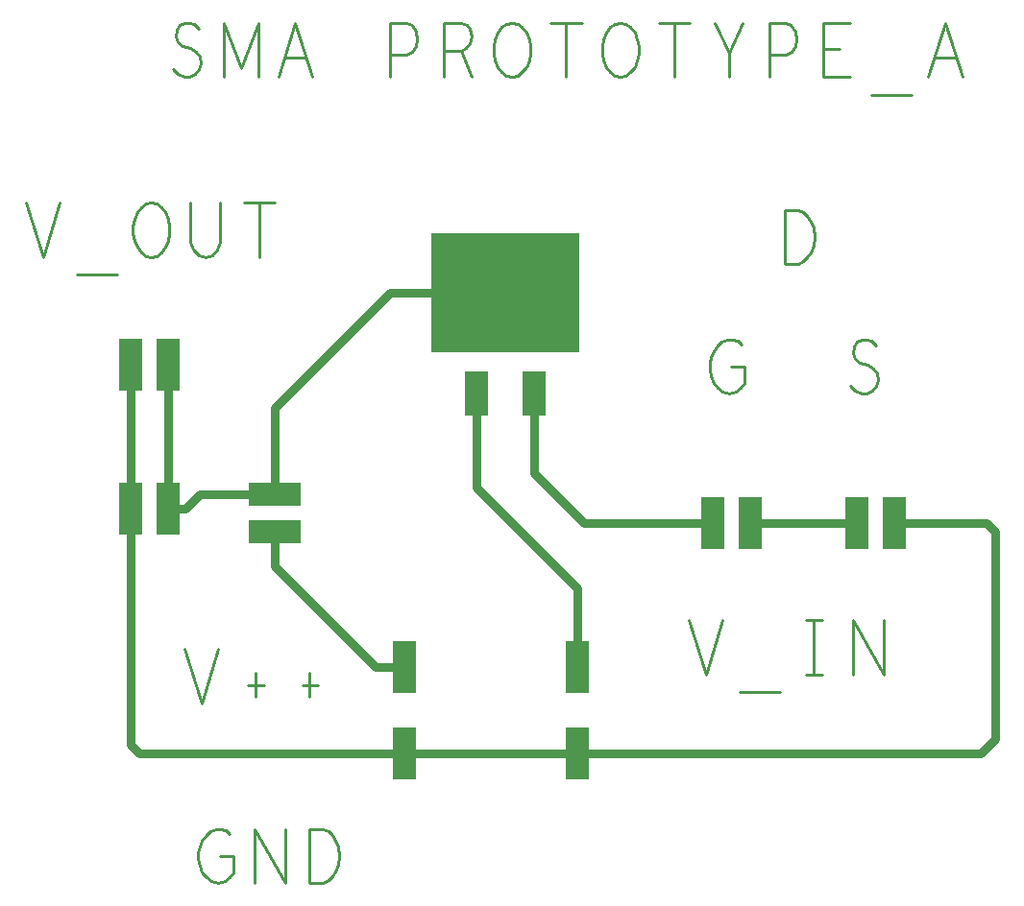
<source format=gbr>
G04 ================== begin FILE IDENTIFICATION RECORD ==================*
G04 Layout Name:  SMA_Prototype_Drain.brd*
G04 Film Name:    TOP*
G04 File Format:  Gerber RS274X*
G04 File Origin:  Cadence Allegro 17.2-S025*
G04 Origin Date:  Mon Mar 19 18:33:35 2018*
G04 *
G04 Layer:  ETCH/TOP*
G04 Layer:  PIN/TOP*
G04 Layer:  VIA CLASS/TOP*
G04 *
G04 Offset:    (0.000 0.000)*
G04 Mirror:    No*
G04 Mode:      Positive*
G04 Rotation:  0*
G04 FullContactRelief:  No*
G04 UndefLineWidth:     10.000*
G04 ================== end FILE IDENTIFICATION RECORD ====================*
%FSAX24Y24*MOIN*%
%IR0*IPPOS*OFA0.00000B0.00000*MIA0B0*SFA1.00000B1.00000*%
%ADD11R,.18X.08*%
%ADD10R,.08X.18*%
%ADD12R,.082677X.15748*%
%ADD13R,.511811X.413386*%
%ADD14C,.03*%
%ADD15C,.01*%
G75*
%LPD*%
G75*
G54D10*
X010750Y-020000D03*
X010750Y-015000D03*
X012050Y-020000D03*
X012050Y-015000D03*
X020250Y-028500D03*
X020250Y-025500D03*
X026250Y-028500D03*
X026250Y-025500D03*
X032250Y-020500D03*
X030950Y-020500D03*
X037250Y-020500D03*
X035950Y-020500D03*
G54D11*
X015750Y-020800D03*
X015750Y-019500D03*
G54D12*
X022750Y-016004D03*
X024750Y-016004D03*
G54D13*
X023750Y-012500D03*
G54D14*
G01X010750Y-020000D02*
X010750Y-028200D01*
X011050Y-028500D01*
X020250Y-028500D01*
G01X010750Y-020000D02*
X010750Y-015000D01*
G01X012050Y-015000D02*
X012050Y-020000D01*
G01X015750Y-019500D02*
X013150Y-019500D01*
X012650Y-020000D01*
X012050Y-020000D01*
G01X015750Y-020800D02*
X015750Y-022000D01*
X019250Y-025500D01*
X020250Y-025500D01*
G01X023750Y-012500D02*
X019750Y-012500D01*
X015750Y-016500D01*
X015750Y-019500D01*
G01X026250Y-028500D02*
X020250Y-028500D01*
G01X026250Y-025500D02*
X026250Y-022750D01*
X022750Y-019250D01*
X022750Y-016004D01*
G01X026250Y-028500D02*
X040250Y-028500D01*
X040750Y-028000D01*
X040750Y-020800D01*
X040450Y-020500D01*
X037250Y-020500D01*
G01X030950Y-020500D02*
X026500Y-020500D01*
X024750Y-018750D01*
X024750Y-016004D01*
G01X032250Y-020500D02*
X035950Y-020500D01*
G54D15*
G01X007117Y-009370D02*
X007705Y-011250D01*
X008293Y-009370D01*
G01X008880Y-011877D02*
X010290Y-011877D01*
G01X011465Y-011250D02*
X011277Y-011219D01*
X011113Y-011093D01*
X010972Y-010905D01*
X010877Y-010686D01*
X010830Y-010435D01*
X010830Y-010185D01*
X010877Y-009934D01*
X010972Y-009715D01*
X011113Y-009527D01*
X011277Y-009401D01*
X011465Y-009370D01*
X011653Y-009401D01*
X011817Y-009527D01*
X011958Y-009715D01*
X012053Y-009934D01*
X012100Y-010185D01*
X012100Y-010435D01*
X012053Y-010686D01*
X011958Y-010905D01*
X011817Y-011093D01*
X011653Y-011219D01*
X011465Y-011250D01*
G01X012828Y-009370D02*
X012828Y-010717D01*
X012922Y-010999D01*
X013110Y-011187D01*
X013345Y-011250D01*
X013580Y-011187D01*
X013768Y-010999D01*
X013862Y-010717D01*
X013862Y-009370D01*
G01X015225Y-009370D02*
X015225Y-011250D01*
G01X014685Y-009370D02*
X015765Y-009370D01*
G01X013846Y-032060D02*
X014316Y-032060D01*
X014316Y-032624D01*
X014175Y-032812D01*
X014010Y-032937D01*
X013776Y-033000D01*
X013541Y-032937D01*
X013376Y-032812D01*
X013235Y-032624D01*
X013141Y-032405D01*
X013094Y-032154D01*
X013094Y-031935D01*
X013141Y-031747D01*
X013235Y-031527D01*
X013376Y-031339D01*
X013517Y-031214D01*
X013705Y-031120D01*
X013869Y-031120D01*
X014057Y-031183D01*
X014198Y-031308D01*
G01X015045Y-033000D02*
X015045Y-031120D01*
X016125Y-033000D01*
X016125Y-031120D01*
G01X016948Y-033000D02*
X016948Y-031120D01*
X017418Y-031120D01*
X017606Y-031214D01*
X017747Y-031339D01*
X017865Y-031527D01*
X017958Y-031747D01*
X017982Y-032060D01*
X017958Y-032373D01*
X017865Y-032593D01*
X017747Y-032781D01*
X017606Y-032906D01*
X017418Y-033000D01*
X016948Y-033000D01*
G01X012617Y-024870D02*
X013205Y-026750D01*
X013793Y-024870D01*
G01X014826Y-026123D02*
X015390Y-026123D01*
G01X015085Y-025716D02*
X015085Y-026531D01*
G01X016706Y-026123D02*
X017270Y-026123D01*
G01X016965Y-025716D02*
X016965Y-026531D01*
G01X012212Y-004749D02*
X012400Y-004906D01*
X012611Y-005000D01*
X012799Y-005000D01*
X012987Y-004906D01*
X013128Y-004749D01*
X013198Y-004530D01*
X013152Y-004311D01*
X013034Y-004123D01*
X012823Y-003997D01*
X012541Y-003935D01*
X012376Y-003809D01*
X012305Y-003590D01*
X012353Y-003371D01*
X012470Y-003214D01*
X012634Y-003120D01*
X012799Y-003120D01*
X012964Y-003183D01*
X013105Y-003339D01*
G01X013974Y-005000D02*
X013974Y-003120D01*
X014585Y-004687D01*
X015196Y-003120D01*
X015196Y-005000D01*
G01X015877Y-005000D02*
X016465Y-003120D01*
X017053Y-005000D01*
G01X016841Y-004342D02*
X016089Y-004342D01*
G01X019755Y-005000D02*
X019755Y-003120D01*
X020319Y-003120D01*
X020507Y-003214D01*
X020648Y-003433D01*
X020695Y-003684D01*
X020648Y-003935D01*
X020531Y-004123D01*
X020319Y-004217D01*
X019755Y-004217D01*
G01X021635Y-005000D02*
X021635Y-003120D01*
X022222Y-003120D01*
X022411Y-003214D01*
X022528Y-003339D01*
X022575Y-003590D01*
X022528Y-003841D01*
X022387Y-003997D01*
X022222Y-004091D01*
X021635Y-004091D01*
G01X022222Y-004091D02*
X022575Y-005000D01*
G01X023985Y-005000D02*
X023797Y-004969D01*
X023633Y-004843D01*
X023492Y-004655D01*
X023397Y-004436D01*
X023350Y-004185D01*
X023350Y-003935D01*
X023397Y-003684D01*
X023492Y-003465D01*
X023633Y-003277D01*
X023797Y-003151D01*
X023985Y-003120D01*
X024173Y-003151D01*
X024337Y-003277D01*
X024478Y-003465D01*
X024573Y-003684D01*
X024620Y-003935D01*
X024620Y-004185D01*
X024573Y-004436D01*
X024478Y-004655D01*
X024337Y-004843D01*
X024173Y-004969D01*
X023985Y-005000D01*
G01X025865Y-003120D02*
X025865Y-005000D01*
G01X025325Y-003120D02*
X026405Y-003120D01*
G01X027745Y-005000D02*
X027557Y-004969D01*
X027393Y-004843D01*
X027252Y-004655D01*
X027157Y-004436D01*
X027110Y-004185D01*
X027110Y-003935D01*
X027157Y-003684D01*
X027252Y-003465D01*
X027393Y-003277D01*
X027557Y-003151D01*
X027745Y-003120D01*
X027933Y-003151D01*
X028097Y-003277D01*
X028238Y-003465D01*
X028333Y-003684D01*
X028380Y-003935D01*
X028380Y-004185D01*
X028333Y-004436D01*
X028238Y-004655D01*
X028097Y-004843D01*
X027933Y-004969D01*
X027745Y-005000D01*
G01X029625Y-003120D02*
X029625Y-005000D01*
G01X029085Y-003120D02*
X030165Y-003120D01*
G01X031505Y-005000D02*
X031505Y-004154D01*
X031035Y-003120D01*
G01X031975Y-003120D02*
X031505Y-004154D01*
G01X032915Y-005000D02*
X032915Y-003120D01*
X033479Y-003120D01*
X033667Y-003214D01*
X033808Y-003433D01*
X033855Y-003684D01*
X033808Y-003935D01*
X033690Y-004123D01*
X033479Y-004217D01*
X032915Y-004217D01*
G01X035735Y-005000D02*
X034795Y-005000D01*
X034795Y-003120D01*
X035735Y-003120D01*
G01X035359Y-004029D02*
X034795Y-004029D01*
G01X036440Y-005627D02*
X037850Y-005627D01*
G01X038437Y-005000D02*
X039025Y-003120D01*
X039613Y-005000D01*
G01X039401Y-004342D02*
X038649Y-004342D01*
G01X030117Y-023870D02*
X030705Y-025750D01*
X031293Y-023870D01*
G01X031880Y-026377D02*
X033290Y-026377D01*
G01X034183Y-023870D02*
X034747Y-023870D01*
G01X034465Y-023870D02*
X034465Y-025750D01*
G01X034183Y-025750D02*
X034747Y-025750D01*
G01X035805Y-025750D02*
X035805Y-023870D01*
X036885Y-025750D01*
X036885Y-023870D01*
G01X031596Y-015060D02*
X032066Y-015060D01*
X032066Y-015624D01*
X031925Y-015812D01*
X031760Y-015937D01*
X031526Y-016000D01*
X031291Y-015937D01*
X031126Y-015812D01*
X030985Y-015624D01*
X030891Y-015405D01*
X030844Y-015154D01*
X030844Y-014935D01*
X030891Y-014747D01*
X030985Y-014527D01*
X031126Y-014339D01*
X031267Y-014214D01*
X031455Y-014120D01*
X031619Y-014120D01*
X031807Y-014183D01*
X031949Y-014308D01*
G01X033438Y-011500D02*
X033438Y-009620D01*
X033908Y-009620D01*
X034096Y-009714D01*
X034237Y-009839D01*
X034355Y-010027D01*
X034448Y-010247D01*
X034472Y-010560D01*
X034448Y-010873D01*
X034355Y-011093D01*
X034237Y-011281D01*
X034096Y-011406D01*
X033908Y-011500D01*
X033438Y-011500D01*
G01X035712Y-015749D02*
X035900Y-015906D01*
X036111Y-016000D01*
X036299Y-016000D01*
X036487Y-015906D01*
X036628Y-015749D01*
X036698Y-015530D01*
X036652Y-015311D01*
X036534Y-015123D01*
X036322Y-014997D01*
X036041Y-014935D01*
X035876Y-014809D01*
X035805Y-014590D01*
X035853Y-014371D01*
X035970Y-014214D01*
X036134Y-014120D01*
X036299Y-014120D01*
X036464Y-014183D01*
X036605Y-014339D01*
M02*

</source>
